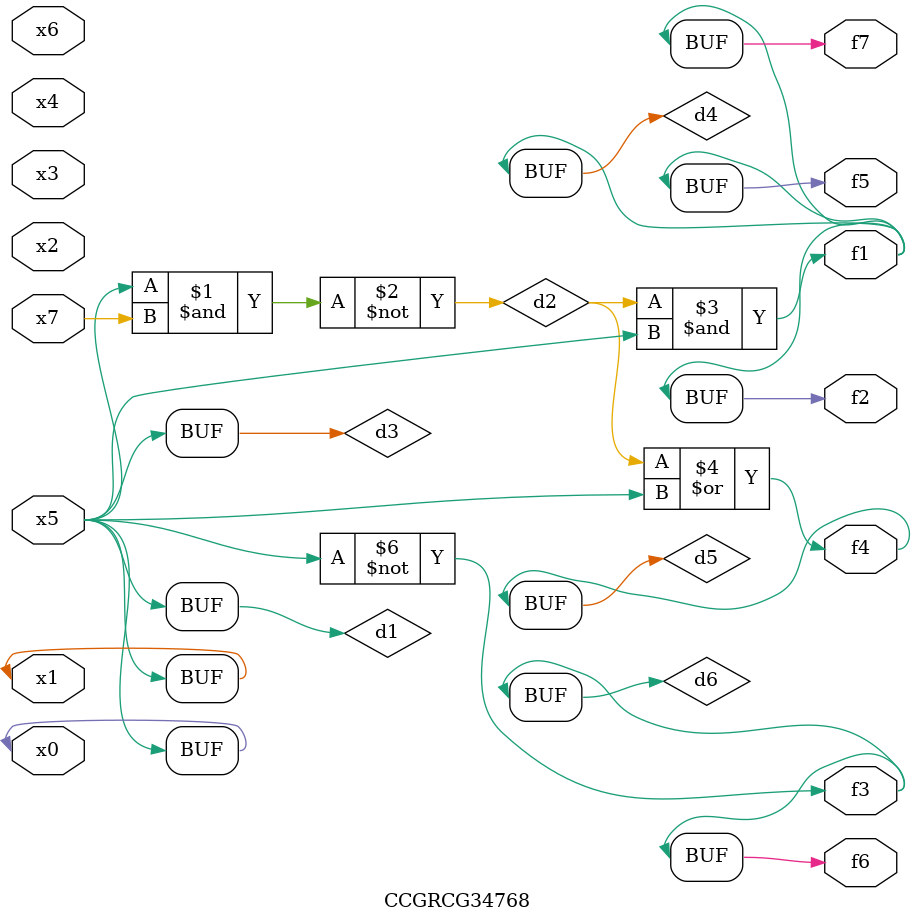
<source format=v>
module CCGRCG34768(
	input x0, x1, x2, x3, x4, x5, x6, x7,
	output f1, f2, f3, f4, f5, f6, f7
);

	wire d1, d2, d3, d4, d5, d6;

	buf (d1, x0, x5);
	nand (d2, x5, x7);
	buf (d3, x0, x1);
	and (d4, d2, d3);
	or (d5, d2, d3);
	nor (d6, d1, d3);
	assign f1 = d4;
	assign f2 = d4;
	assign f3 = d6;
	assign f4 = d5;
	assign f5 = d4;
	assign f6 = d6;
	assign f7 = d4;
endmodule

</source>
